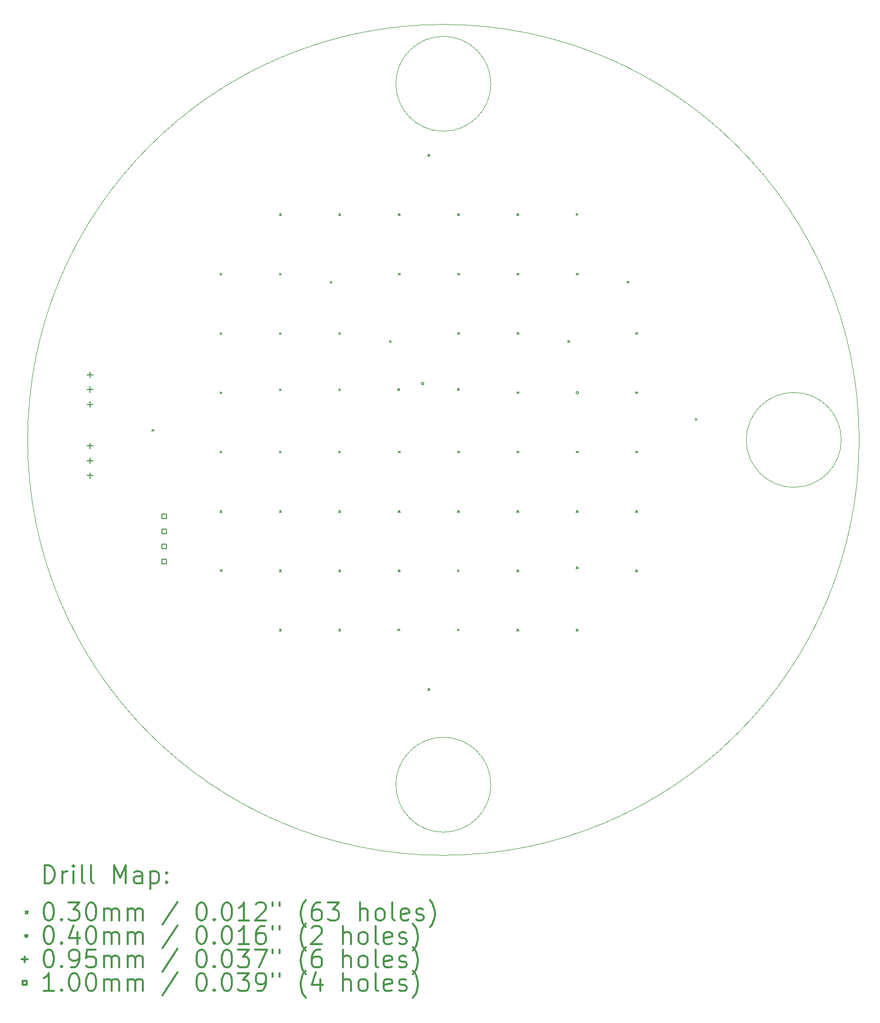
<source format=gbr>
%FSLAX45Y45*%
G04 Gerber Fmt 4.5, Leading zero omitted, Abs format (unit mm)*
G04 Created by KiCad (PCBNEW 5.1.5+dfsg1-2build2) date 2021-10-24 20:04:06*
%MOMM*%
%LPD*%
G04 APERTURE LIST*
%TA.AperFunction,Profile*%
%ADD10C,0.050000*%
%TD*%
%ADD11C,0.200000*%
%ADD12C,0.300000*%
G04 APERTURE END LIST*
D10*
X15800000Y-9000000D02*
G75*
G03X15800000Y-9000000I-800000J0D01*
G01*
X21700000Y-15000000D02*
G75*
G03X21700000Y-15000000I-800000J0D01*
G01*
X15800000Y-20810935D02*
G75*
G03X15800000Y-20810935I-800000J0D01*
G01*
X22000000Y-15000000D02*
G75*
G03X22000000Y-15000000I-7000000J0D01*
G01*
D11*
X10095000Y-14825000D02*
X10125000Y-14855000D01*
X10125000Y-14825000D02*
X10095000Y-14855000D01*
X11240000Y-12190000D02*
X11270000Y-12220000D01*
X11270000Y-12190000D02*
X11240000Y-12220000D01*
X11240000Y-13190000D02*
X11270000Y-13220000D01*
X11270000Y-13190000D02*
X11240000Y-13220000D01*
X11240000Y-14190000D02*
X11270000Y-14220000D01*
X11270000Y-14190000D02*
X11240000Y-14220000D01*
X11240000Y-15190000D02*
X11270000Y-15220000D01*
X11270000Y-15190000D02*
X11240000Y-15220000D01*
X11240000Y-16190000D02*
X11270000Y-16220000D01*
X11270000Y-16190000D02*
X11240000Y-16220000D01*
X11245000Y-17185000D02*
X11275000Y-17215000D01*
X11275000Y-17185000D02*
X11245000Y-17215000D01*
X12240000Y-11190000D02*
X12270000Y-11220000D01*
X12270000Y-11190000D02*
X12240000Y-11220000D01*
X12240000Y-12190000D02*
X12270000Y-12220000D01*
X12270000Y-12190000D02*
X12240000Y-12220000D01*
X12240000Y-13190000D02*
X12270000Y-13220000D01*
X12270000Y-13190000D02*
X12240000Y-13220000D01*
X12240000Y-14140000D02*
X12270000Y-14170000D01*
X12270000Y-14140000D02*
X12240000Y-14170000D01*
X12240000Y-15190000D02*
X12270000Y-15220000D01*
X12270000Y-15190000D02*
X12240000Y-15220000D01*
X12240000Y-16190000D02*
X12270000Y-16220000D01*
X12270000Y-16190000D02*
X12240000Y-16220000D01*
X12240000Y-17190000D02*
X12270000Y-17220000D01*
X12270000Y-17190000D02*
X12240000Y-17220000D01*
X12240000Y-18190000D02*
X12270000Y-18220000D01*
X12270000Y-18190000D02*
X12240000Y-18220000D01*
X13095000Y-12325000D02*
X13125000Y-12355000D01*
X13125000Y-12325000D02*
X13095000Y-12355000D01*
X13240000Y-11190000D02*
X13270000Y-11220000D01*
X13270000Y-11190000D02*
X13240000Y-11220000D01*
X13240000Y-13190000D02*
X13270000Y-13220000D01*
X13270000Y-13190000D02*
X13240000Y-13220000D01*
X13240000Y-14140000D02*
X13270000Y-14170000D01*
X13270000Y-14140000D02*
X13240000Y-14170000D01*
X13240000Y-15190000D02*
X13270000Y-15220000D01*
X13270000Y-15190000D02*
X13240000Y-15220000D01*
X13240000Y-16190000D02*
X13270000Y-16220000D01*
X13270000Y-16190000D02*
X13240000Y-16220000D01*
X13240000Y-17190000D02*
X13270000Y-17220000D01*
X13270000Y-17190000D02*
X13240000Y-17220000D01*
X13240000Y-18190000D02*
X13270000Y-18220000D01*
X13270000Y-18190000D02*
X13240000Y-18220000D01*
X14095000Y-13325000D02*
X14125000Y-13355000D01*
X14125000Y-13325000D02*
X14095000Y-13355000D01*
X14235000Y-14135000D02*
X14265000Y-14165000D01*
X14265000Y-14135000D02*
X14235000Y-14165000D01*
X14235000Y-18185000D02*
X14265000Y-18215000D01*
X14265000Y-18185000D02*
X14235000Y-18215000D01*
X14240000Y-11190000D02*
X14270000Y-11220000D01*
X14270000Y-11190000D02*
X14240000Y-11220000D01*
X14240000Y-12190000D02*
X14270000Y-12220000D01*
X14270000Y-12190000D02*
X14240000Y-12220000D01*
X14240000Y-15190000D02*
X14270000Y-15220000D01*
X14270000Y-15190000D02*
X14240000Y-15220000D01*
X14240000Y-16190000D02*
X14270000Y-16220000D01*
X14270000Y-16190000D02*
X14240000Y-16220000D01*
X14240000Y-17190000D02*
X14270000Y-17220000D01*
X14270000Y-17190000D02*
X14240000Y-17220000D01*
X14740000Y-10190000D02*
X14770000Y-10220000D01*
X14770000Y-10190000D02*
X14740000Y-10220000D01*
X14740000Y-19190000D02*
X14770000Y-19220000D01*
X14770000Y-19190000D02*
X14740000Y-19220000D01*
X15235000Y-14135000D02*
X15265000Y-14165000D01*
X15265000Y-14135000D02*
X15235000Y-14165000D01*
X15235000Y-17185000D02*
X15265000Y-17215000D01*
X15265000Y-17185000D02*
X15235000Y-17215000D01*
X15235000Y-18185000D02*
X15265000Y-18215000D01*
X15265000Y-18185000D02*
X15235000Y-18215000D01*
X15240000Y-11190000D02*
X15270000Y-11220000D01*
X15270000Y-11190000D02*
X15240000Y-11220000D01*
X15240000Y-12190000D02*
X15270000Y-12220000D01*
X15270000Y-12190000D02*
X15240000Y-12220000D01*
X15240000Y-13190000D02*
X15270000Y-13220000D01*
X15270000Y-13190000D02*
X15240000Y-13220000D01*
X15240000Y-15190000D02*
X15270000Y-15220000D01*
X15270000Y-15190000D02*
X15240000Y-15220000D01*
X15240000Y-16190000D02*
X15270000Y-16220000D01*
X15270000Y-16190000D02*
X15240000Y-16220000D01*
X16240000Y-11190000D02*
X16270000Y-11220000D01*
X16270000Y-11190000D02*
X16240000Y-11220000D01*
X16240000Y-12190000D02*
X16270000Y-12220000D01*
X16270000Y-12190000D02*
X16240000Y-12220000D01*
X16240000Y-13190000D02*
X16270000Y-13220000D01*
X16270000Y-13190000D02*
X16240000Y-13220000D01*
X16240000Y-14190000D02*
X16270000Y-14220000D01*
X16270000Y-14190000D02*
X16240000Y-14220000D01*
X16240000Y-15190000D02*
X16270000Y-15220000D01*
X16270000Y-15190000D02*
X16240000Y-15220000D01*
X16240000Y-16190000D02*
X16270000Y-16220000D01*
X16270000Y-16190000D02*
X16240000Y-16220000D01*
X16240000Y-17190000D02*
X16270000Y-17220000D01*
X16270000Y-17190000D02*
X16240000Y-17220000D01*
X16240000Y-18190000D02*
X16270000Y-18220000D01*
X16270000Y-18190000D02*
X16240000Y-18220000D01*
X17095000Y-13325000D02*
X17125000Y-13355000D01*
X17125000Y-13325000D02*
X17095000Y-13355000D01*
X17235000Y-11185000D02*
X17265000Y-11215000D01*
X17265000Y-11185000D02*
X17235000Y-11215000D01*
X17240000Y-12190000D02*
X17270000Y-12220000D01*
X17270000Y-12190000D02*
X17240000Y-12220000D01*
X17240000Y-15190000D02*
X17270000Y-15220000D01*
X17270000Y-15190000D02*
X17240000Y-15220000D01*
X17240000Y-16190000D02*
X17270000Y-16220000D01*
X17270000Y-16190000D02*
X17240000Y-16220000D01*
X17240000Y-17140000D02*
X17270000Y-17170000D01*
X17270000Y-17140000D02*
X17240000Y-17170000D01*
X17240000Y-18190000D02*
X17270000Y-18220000D01*
X17270000Y-18190000D02*
X17240000Y-18220000D01*
X18095000Y-12325000D02*
X18125000Y-12355000D01*
X18125000Y-12325000D02*
X18095000Y-12355000D01*
X18240000Y-13190000D02*
X18270000Y-13220000D01*
X18270000Y-13190000D02*
X18240000Y-13220000D01*
X18240000Y-14190000D02*
X18270000Y-14220000D01*
X18270000Y-14190000D02*
X18240000Y-14220000D01*
X18240000Y-15190000D02*
X18270000Y-15220000D01*
X18270000Y-15190000D02*
X18240000Y-15220000D01*
X18240000Y-16190000D02*
X18270000Y-16220000D01*
X18270000Y-16190000D02*
X18240000Y-16220000D01*
X18240000Y-17190000D02*
X18270000Y-17220000D01*
X18270000Y-17190000D02*
X18240000Y-17220000D01*
X19240000Y-14640000D02*
X19270000Y-14670000D01*
X19270000Y-14640000D02*
X19240000Y-14670000D01*
X14670000Y-14050000D02*
G75*
G03X14670000Y-14050000I-20000J0D01*
G01*
X17275000Y-14205000D02*
G75*
G03X17275000Y-14205000I-20000J0D01*
G01*
X9050000Y-15052500D02*
X9050000Y-15147500D01*
X9002500Y-15100000D02*
X9097500Y-15100000D01*
X9050000Y-15302500D02*
X9050000Y-15397500D01*
X9002500Y-15350000D02*
X9097500Y-15350000D01*
X9050000Y-15552500D02*
X9050000Y-15647500D01*
X9002500Y-15600000D02*
X9097500Y-15600000D01*
X9050000Y-13852500D02*
X9050000Y-13947500D01*
X9002500Y-13900000D02*
X9097500Y-13900000D01*
X9050000Y-14102500D02*
X9050000Y-14197500D01*
X9002500Y-14150000D02*
X9097500Y-14150000D01*
X9050000Y-14352500D02*
X9050000Y-14447500D01*
X9002500Y-14400000D02*
X9097500Y-14400000D01*
X10335356Y-16323356D02*
X10335356Y-16252644D01*
X10264644Y-16252644D01*
X10264644Y-16323356D01*
X10335356Y-16323356D01*
X10335356Y-16577356D02*
X10335356Y-16506644D01*
X10264644Y-16506644D01*
X10264644Y-16577356D01*
X10335356Y-16577356D01*
X10335356Y-16831356D02*
X10335356Y-16760644D01*
X10264644Y-16760644D01*
X10264644Y-16831356D01*
X10335356Y-16831356D01*
X10335356Y-17085356D02*
X10335356Y-17014644D01*
X10264644Y-17014644D01*
X10264644Y-17085356D01*
X10335356Y-17085356D01*
D12*
X8283928Y-22468214D02*
X8283928Y-22168214D01*
X8355357Y-22168214D01*
X8398214Y-22182500D01*
X8426786Y-22211072D01*
X8441071Y-22239643D01*
X8455357Y-22296786D01*
X8455357Y-22339643D01*
X8441071Y-22396786D01*
X8426786Y-22425357D01*
X8398214Y-22453929D01*
X8355357Y-22468214D01*
X8283928Y-22468214D01*
X8583928Y-22468214D02*
X8583928Y-22268214D01*
X8583928Y-22325357D02*
X8598214Y-22296786D01*
X8612500Y-22282500D01*
X8641071Y-22268214D01*
X8669643Y-22268214D01*
X8769643Y-22468214D02*
X8769643Y-22268214D01*
X8769643Y-22168214D02*
X8755357Y-22182500D01*
X8769643Y-22196786D01*
X8783928Y-22182500D01*
X8769643Y-22168214D01*
X8769643Y-22196786D01*
X8955357Y-22468214D02*
X8926786Y-22453929D01*
X8912500Y-22425357D01*
X8912500Y-22168214D01*
X9112500Y-22468214D02*
X9083928Y-22453929D01*
X9069643Y-22425357D01*
X9069643Y-22168214D01*
X9455357Y-22468214D02*
X9455357Y-22168214D01*
X9555357Y-22382500D01*
X9655357Y-22168214D01*
X9655357Y-22468214D01*
X9926786Y-22468214D02*
X9926786Y-22311072D01*
X9912500Y-22282500D01*
X9883928Y-22268214D01*
X9826786Y-22268214D01*
X9798214Y-22282500D01*
X9926786Y-22453929D02*
X9898214Y-22468214D01*
X9826786Y-22468214D01*
X9798214Y-22453929D01*
X9783928Y-22425357D01*
X9783928Y-22396786D01*
X9798214Y-22368214D01*
X9826786Y-22353929D01*
X9898214Y-22353929D01*
X9926786Y-22339643D01*
X10069643Y-22268214D02*
X10069643Y-22568214D01*
X10069643Y-22282500D02*
X10098214Y-22268214D01*
X10155357Y-22268214D01*
X10183928Y-22282500D01*
X10198214Y-22296786D01*
X10212500Y-22325357D01*
X10212500Y-22411071D01*
X10198214Y-22439643D01*
X10183928Y-22453929D01*
X10155357Y-22468214D01*
X10098214Y-22468214D01*
X10069643Y-22453929D01*
X10341071Y-22439643D02*
X10355357Y-22453929D01*
X10341071Y-22468214D01*
X10326786Y-22453929D01*
X10341071Y-22439643D01*
X10341071Y-22468214D01*
X10341071Y-22282500D02*
X10355357Y-22296786D01*
X10341071Y-22311072D01*
X10326786Y-22296786D01*
X10341071Y-22282500D01*
X10341071Y-22311072D01*
X7967500Y-22947500D02*
X7997500Y-22977500D01*
X7997500Y-22947500D02*
X7967500Y-22977500D01*
X8341071Y-22798214D02*
X8369643Y-22798214D01*
X8398214Y-22812500D01*
X8412500Y-22826786D01*
X8426786Y-22855357D01*
X8441071Y-22912500D01*
X8441071Y-22983929D01*
X8426786Y-23041071D01*
X8412500Y-23069643D01*
X8398214Y-23083929D01*
X8369643Y-23098214D01*
X8341071Y-23098214D01*
X8312500Y-23083929D01*
X8298214Y-23069643D01*
X8283928Y-23041071D01*
X8269643Y-22983929D01*
X8269643Y-22912500D01*
X8283928Y-22855357D01*
X8298214Y-22826786D01*
X8312500Y-22812500D01*
X8341071Y-22798214D01*
X8569643Y-23069643D02*
X8583928Y-23083929D01*
X8569643Y-23098214D01*
X8555357Y-23083929D01*
X8569643Y-23069643D01*
X8569643Y-23098214D01*
X8683928Y-22798214D02*
X8869643Y-22798214D01*
X8769643Y-22912500D01*
X8812500Y-22912500D01*
X8841071Y-22926786D01*
X8855357Y-22941071D01*
X8869643Y-22969643D01*
X8869643Y-23041071D01*
X8855357Y-23069643D01*
X8841071Y-23083929D01*
X8812500Y-23098214D01*
X8726786Y-23098214D01*
X8698214Y-23083929D01*
X8683928Y-23069643D01*
X9055357Y-22798214D02*
X9083928Y-22798214D01*
X9112500Y-22812500D01*
X9126786Y-22826786D01*
X9141071Y-22855357D01*
X9155357Y-22912500D01*
X9155357Y-22983929D01*
X9141071Y-23041071D01*
X9126786Y-23069643D01*
X9112500Y-23083929D01*
X9083928Y-23098214D01*
X9055357Y-23098214D01*
X9026786Y-23083929D01*
X9012500Y-23069643D01*
X8998214Y-23041071D01*
X8983928Y-22983929D01*
X8983928Y-22912500D01*
X8998214Y-22855357D01*
X9012500Y-22826786D01*
X9026786Y-22812500D01*
X9055357Y-22798214D01*
X9283928Y-23098214D02*
X9283928Y-22898214D01*
X9283928Y-22926786D02*
X9298214Y-22912500D01*
X9326786Y-22898214D01*
X9369643Y-22898214D01*
X9398214Y-22912500D01*
X9412500Y-22941071D01*
X9412500Y-23098214D01*
X9412500Y-22941071D02*
X9426786Y-22912500D01*
X9455357Y-22898214D01*
X9498214Y-22898214D01*
X9526786Y-22912500D01*
X9541071Y-22941071D01*
X9541071Y-23098214D01*
X9683928Y-23098214D02*
X9683928Y-22898214D01*
X9683928Y-22926786D02*
X9698214Y-22912500D01*
X9726786Y-22898214D01*
X9769643Y-22898214D01*
X9798214Y-22912500D01*
X9812500Y-22941071D01*
X9812500Y-23098214D01*
X9812500Y-22941071D02*
X9826786Y-22912500D01*
X9855357Y-22898214D01*
X9898214Y-22898214D01*
X9926786Y-22912500D01*
X9941071Y-22941071D01*
X9941071Y-23098214D01*
X10526786Y-22783929D02*
X10269643Y-23169643D01*
X10912500Y-22798214D02*
X10941071Y-22798214D01*
X10969643Y-22812500D01*
X10983928Y-22826786D01*
X10998214Y-22855357D01*
X11012500Y-22912500D01*
X11012500Y-22983929D01*
X10998214Y-23041071D01*
X10983928Y-23069643D01*
X10969643Y-23083929D01*
X10941071Y-23098214D01*
X10912500Y-23098214D01*
X10883928Y-23083929D01*
X10869643Y-23069643D01*
X10855357Y-23041071D01*
X10841071Y-22983929D01*
X10841071Y-22912500D01*
X10855357Y-22855357D01*
X10869643Y-22826786D01*
X10883928Y-22812500D01*
X10912500Y-22798214D01*
X11141071Y-23069643D02*
X11155357Y-23083929D01*
X11141071Y-23098214D01*
X11126786Y-23083929D01*
X11141071Y-23069643D01*
X11141071Y-23098214D01*
X11341071Y-22798214D02*
X11369643Y-22798214D01*
X11398214Y-22812500D01*
X11412500Y-22826786D01*
X11426786Y-22855357D01*
X11441071Y-22912500D01*
X11441071Y-22983929D01*
X11426786Y-23041071D01*
X11412500Y-23069643D01*
X11398214Y-23083929D01*
X11369643Y-23098214D01*
X11341071Y-23098214D01*
X11312500Y-23083929D01*
X11298214Y-23069643D01*
X11283928Y-23041071D01*
X11269643Y-22983929D01*
X11269643Y-22912500D01*
X11283928Y-22855357D01*
X11298214Y-22826786D01*
X11312500Y-22812500D01*
X11341071Y-22798214D01*
X11726786Y-23098214D02*
X11555357Y-23098214D01*
X11641071Y-23098214D02*
X11641071Y-22798214D01*
X11612500Y-22841071D01*
X11583928Y-22869643D01*
X11555357Y-22883929D01*
X11841071Y-22826786D02*
X11855357Y-22812500D01*
X11883928Y-22798214D01*
X11955357Y-22798214D01*
X11983928Y-22812500D01*
X11998214Y-22826786D01*
X12012500Y-22855357D01*
X12012500Y-22883929D01*
X11998214Y-22926786D01*
X11826786Y-23098214D01*
X12012500Y-23098214D01*
X12126786Y-22798214D02*
X12126786Y-22855357D01*
X12241071Y-22798214D02*
X12241071Y-22855357D01*
X12683928Y-23212500D02*
X12669643Y-23198214D01*
X12641071Y-23155357D01*
X12626786Y-23126786D01*
X12612500Y-23083929D01*
X12598214Y-23012500D01*
X12598214Y-22955357D01*
X12612500Y-22883929D01*
X12626786Y-22841071D01*
X12641071Y-22812500D01*
X12669643Y-22769643D01*
X12683928Y-22755357D01*
X12926786Y-22798214D02*
X12869643Y-22798214D01*
X12841071Y-22812500D01*
X12826786Y-22826786D01*
X12798214Y-22869643D01*
X12783928Y-22926786D01*
X12783928Y-23041071D01*
X12798214Y-23069643D01*
X12812500Y-23083929D01*
X12841071Y-23098214D01*
X12898214Y-23098214D01*
X12926786Y-23083929D01*
X12941071Y-23069643D01*
X12955357Y-23041071D01*
X12955357Y-22969643D01*
X12941071Y-22941071D01*
X12926786Y-22926786D01*
X12898214Y-22912500D01*
X12841071Y-22912500D01*
X12812500Y-22926786D01*
X12798214Y-22941071D01*
X12783928Y-22969643D01*
X13055357Y-22798214D02*
X13241071Y-22798214D01*
X13141071Y-22912500D01*
X13183928Y-22912500D01*
X13212500Y-22926786D01*
X13226786Y-22941071D01*
X13241071Y-22969643D01*
X13241071Y-23041071D01*
X13226786Y-23069643D01*
X13212500Y-23083929D01*
X13183928Y-23098214D01*
X13098214Y-23098214D01*
X13069643Y-23083929D01*
X13055357Y-23069643D01*
X13598214Y-23098214D02*
X13598214Y-22798214D01*
X13726786Y-23098214D02*
X13726786Y-22941071D01*
X13712500Y-22912500D01*
X13683928Y-22898214D01*
X13641071Y-22898214D01*
X13612500Y-22912500D01*
X13598214Y-22926786D01*
X13912500Y-23098214D02*
X13883928Y-23083929D01*
X13869643Y-23069643D01*
X13855357Y-23041071D01*
X13855357Y-22955357D01*
X13869643Y-22926786D01*
X13883928Y-22912500D01*
X13912500Y-22898214D01*
X13955357Y-22898214D01*
X13983928Y-22912500D01*
X13998214Y-22926786D01*
X14012500Y-22955357D01*
X14012500Y-23041071D01*
X13998214Y-23069643D01*
X13983928Y-23083929D01*
X13955357Y-23098214D01*
X13912500Y-23098214D01*
X14183928Y-23098214D02*
X14155357Y-23083929D01*
X14141071Y-23055357D01*
X14141071Y-22798214D01*
X14412500Y-23083929D02*
X14383928Y-23098214D01*
X14326786Y-23098214D01*
X14298214Y-23083929D01*
X14283928Y-23055357D01*
X14283928Y-22941071D01*
X14298214Y-22912500D01*
X14326786Y-22898214D01*
X14383928Y-22898214D01*
X14412500Y-22912500D01*
X14426786Y-22941071D01*
X14426786Y-22969643D01*
X14283928Y-22998214D01*
X14541071Y-23083929D02*
X14569643Y-23098214D01*
X14626786Y-23098214D01*
X14655357Y-23083929D01*
X14669643Y-23055357D01*
X14669643Y-23041071D01*
X14655357Y-23012500D01*
X14626786Y-22998214D01*
X14583928Y-22998214D01*
X14555357Y-22983929D01*
X14541071Y-22955357D01*
X14541071Y-22941071D01*
X14555357Y-22912500D01*
X14583928Y-22898214D01*
X14626786Y-22898214D01*
X14655357Y-22912500D01*
X14769643Y-23212500D02*
X14783928Y-23198214D01*
X14812500Y-23155357D01*
X14826786Y-23126786D01*
X14841071Y-23083929D01*
X14855357Y-23012500D01*
X14855357Y-22955357D01*
X14841071Y-22883929D01*
X14826786Y-22841071D01*
X14812500Y-22812500D01*
X14783928Y-22769643D01*
X14769643Y-22755357D01*
X7997500Y-23358500D02*
G75*
G03X7997500Y-23358500I-20000J0D01*
G01*
X8341071Y-23194214D02*
X8369643Y-23194214D01*
X8398214Y-23208500D01*
X8412500Y-23222786D01*
X8426786Y-23251357D01*
X8441071Y-23308500D01*
X8441071Y-23379929D01*
X8426786Y-23437071D01*
X8412500Y-23465643D01*
X8398214Y-23479929D01*
X8369643Y-23494214D01*
X8341071Y-23494214D01*
X8312500Y-23479929D01*
X8298214Y-23465643D01*
X8283928Y-23437071D01*
X8269643Y-23379929D01*
X8269643Y-23308500D01*
X8283928Y-23251357D01*
X8298214Y-23222786D01*
X8312500Y-23208500D01*
X8341071Y-23194214D01*
X8569643Y-23465643D02*
X8583928Y-23479929D01*
X8569643Y-23494214D01*
X8555357Y-23479929D01*
X8569643Y-23465643D01*
X8569643Y-23494214D01*
X8841071Y-23294214D02*
X8841071Y-23494214D01*
X8769643Y-23179929D02*
X8698214Y-23394214D01*
X8883928Y-23394214D01*
X9055357Y-23194214D02*
X9083928Y-23194214D01*
X9112500Y-23208500D01*
X9126786Y-23222786D01*
X9141071Y-23251357D01*
X9155357Y-23308500D01*
X9155357Y-23379929D01*
X9141071Y-23437071D01*
X9126786Y-23465643D01*
X9112500Y-23479929D01*
X9083928Y-23494214D01*
X9055357Y-23494214D01*
X9026786Y-23479929D01*
X9012500Y-23465643D01*
X8998214Y-23437071D01*
X8983928Y-23379929D01*
X8983928Y-23308500D01*
X8998214Y-23251357D01*
X9012500Y-23222786D01*
X9026786Y-23208500D01*
X9055357Y-23194214D01*
X9283928Y-23494214D02*
X9283928Y-23294214D01*
X9283928Y-23322786D02*
X9298214Y-23308500D01*
X9326786Y-23294214D01*
X9369643Y-23294214D01*
X9398214Y-23308500D01*
X9412500Y-23337071D01*
X9412500Y-23494214D01*
X9412500Y-23337071D02*
X9426786Y-23308500D01*
X9455357Y-23294214D01*
X9498214Y-23294214D01*
X9526786Y-23308500D01*
X9541071Y-23337071D01*
X9541071Y-23494214D01*
X9683928Y-23494214D02*
X9683928Y-23294214D01*
X9683928Y-23322786D02*
X9698214Y-23308500D01*
X9726786Y-23294214D01*
X9769643Y-23294214D01*
X9798214Y-23308500D01*
X9812500Y-23337071D01*
X9812500Y-23494214D01*
X9812500Y-23337071D02*
X9826786Y-23308500D01*
X9855357Y-23294214D01*
X9898214Y-23294214D01*
X9926786Y-23308500D01*
X9941071Y-23337071D01*
X9941071Y-23494214D01*
X10526786Y-23179929D02*
X10269643Y-23565643D01*
X10912500Y-23194214D02*
X10941071Y-23194214D01*
X10969643Y-23208500D01*
X10983928Y-23222786D01*
X10998214Y-23251357D01*
X11012500Y-23308500D01*
X11012500Y-23379929D01*
X10998214Y-23437071D01*
X10983928Y-23465643D01*
X10969643Y-23479929D01*
X10941071Y-23494214D01*
X10912500Y-23494214D01*
X10883928Y-23479929D01*
X10869643Y-23465643D01*
X10855357Y-23437071D01*
X10841071Y-23379929D01*
X10841071Y-23308500D01*
X10855357Y-23251357D01*
X10869643Y-23222786D01*
X10883928Y-23208500D01*
X10912500Y-23194214D01*
X11141071Y-23465643D02*
X11155357Y-23479929D01*
X11141071Y-23494214D01*
X11126786Y-23479929D01*
X11141071Y-23465643D01*
X11141071Y-23494214D01*
X11341071Y-23194214D02*
X11369643Y-23194214D01*
X11398214Y-23208500D01*
X11412500Y-23222786D01*
X11426786Y-23251357D01*
X11441071Y-23308500D01*
X11441071Y-23379929D01*
X11426786Y-23437071D01*
X11412500Y-23465643D01*
X11398214Y-23479929D01*
X11369643Y-23494214D01*
X11341071Y-23494214D01*
X11312500Y-23479929D01*
X11298214Y-23465643D01*
X11283928Y-23437071D01*
X11269643Y-23379929D01*
X11269643Y-23308500D01*
X11283928Y-23251357D01*
X11298214Y-23222786D01*
X11312500Y-23208500D01*
X11341071Y-23194214D01*
X11726786Y-23494214D02*
X11555357Y-23494214D01*
X11641071Y-23494214D02*
X11641071Y-23194214D01*
X11612500Y-23237071D01*
X11583928Y-23265643D01*
X11555357Y-23279929D01*
X11983928Y-23194214D02*
X11926786Y-23194214D01*
X11898214Y-23208500D01*
X11883928Y-23222786D01*
X11855357Y-23265643D01*
X11841071Y-23322786D01*
X11841071Y-23437071D01*
X11855357Y-23465643D01*
X11869643Y-23479929D01*
X11898214Y-23494214D01*
X11955357Y-23494214D01*
X11983928Y-23479929D01*
X11998214Y-23465643D01*
X12012500Y-23437071D01*
X12012500Y-23365643D01*
X11998214Y-23337071D01*
X11983928Y-23322786D01*
X11955357Y-23308500D01*
X11898214Y-23308500D01*
X11869643Y-23322786D01*
X11855357Y-23337071D01*
X11841071Y-23365643D01*
X12126786Y-23194214D02*
X12126786Y-23251357D01*
X12241071Y-23194214D02*
X12241071Y-23251357D01*
X12683928Y-23608500D02*
X12669643Y-23594214D01*
X12641071Y-23551357D01*
X12626786Y-23522786D01*
X12612500Y-23479929D01*
X12598214Y-23408500D01*
X12598214Y-23351357D01*
X12612500Y-23279929D01*
X12626786Y-23237071D01*
X12641071Y-23208500D01*
X12669643Y-23165643D01*
X12683928Y-23151357D01*
X12783928Y-23222786D02*
X12798214Y-23208500D01*
X12826786Y-23194214D01*
X12898214Y-23194214D01*
X12926786Y-23208500D01*
X12941071Y-23222786D01*
X12955357Y-23251357D01*
X12955357Y-23279929D01*
X12941071Y-23322786D01*
X12769643Y-23494214D01*
X12955357Y-23494214D01*
X13312500Y-23494214D02*
X13312500Y-23194214D01*
X13441071Y-23494214D02*
X13441071Y-23337071D01*
X13426786Y-23308500D01*
X13398214Y-23294214D01*
X13355357Y-23294214D01*
X13326786Y-23308500D01*
X13312500Y-23322786D01*
X13626786Y-23494214D02*
X13598214Y-23479929D01*
X13583928Y-23465643D01*
X13569643Y-23437071D01*
X13569643Y-23351357D01*
X13583928Y-23322786D01*
X13598214Y-23308500D01*
X13626786Y-23294214D01*
X13669643Y-23294214D01*
X13698214Y-23308500D01*
X13712500Y-23322786D01*
X13726786Y-23351357D01*
X13726786Y-23437071D01*
X13712500Y-23465643D01*
X13698214Y-23479929D01*
X13669643Y-23494214D01*
X13626786Y-23494214D01*
X13898214Y-23494214D02*
X13869643Y-23479929D01*
X13855357Y-23451357D01*
X13855357Y-23194214D01*
X14126786Y-23479929D02*
X14098214Y-23494214D01*
X14041071Y-23494214D01*
X14012500Y-23479929D01*
X13998214Y-23451357D01*
X13998214Y-23337071D01*
X14012500Y-23308500D01*
X14041071Y-23294214D01*
X14098214Y-23294214D01*
X14126786Y-23308500D01*
X14141071Y-23337071D01*
X14141071Y-23365643D01*
X13998214Y-23394214D01*
X14255357Y-23479929D02*
X14283928Y-23494214D01*
X14341071Y-23494214D01*
X14369643Y-23479929D01*
X14383928Y-23451357D01*
X14383928Y-23437071D01*
X14369643Y-23408500D01*
X14341071Y-23394214D01*
X14298214Y-23394214D01*
X14269643Y-23379929D01*
X14255357Y-23351357D01*
X14255357Y-23337071D01*
X14269643Y-23308500D01*
X14298214Y-23294214D01*
X14341071Y-23294214D01*
X14369643Y-23308500D01*
X14483928Y-23608500D02*
X14498214Y-23594214D01*
X14526786Y-23551357D01*
X14541071Y-23522786D01*
X14555357Y-23479929D01*
X14569643Y-23408500D01*
X14569643Y-23351357D01*
X14555357Y-23279929D01*
X14541071Y-23237071D01*
X14526786Y-23208500D01*
X14498214Y-23165643D01*
X14483928Y-23151357D01*
X7950000Y-23707000D02*
X7950000Y-23802000D01*
X7902500Y-23754500D02*
X7997500Y-23754500D01*
X8341071Y-23590214D02*
X8369643Y-23590214D01*
X8398214Y-23604500D01*
X8412500Y-23618786D01*
X8426786Y-23647357D01*
X8441071Y-23704500D01*
X8441071Y-23775929D01*
X8426786Y-23833071D01*
X8412500Y-23861643D01*
X8398214Y-23875929D01*
X8369643Y-23890214D01*
X8341071Y-23890214D01*
X8312500Y-23875929D01*
X8298214Y-23861643D01*
X8283928Y-23833071D01*
X8269643Y-23775929D01*
X8269643Y-23704500D01*
X8283928Y-23647357D01*
X8298214Y-23618786D01*
X8312500Y-23604500D01*
X8341071Y-23590214D01*
X8569643Y-23861643D02*
X8583928Y-23875929D01*
X8569643Y-23890214D01*
X8555357Y-23875929D01*
X8569643Y-23861643D01*
X8569643Y-23890214D01*
X8726786Y-23890214D02*
X8783928Y-23890214D01*
X8812500Y-23875929D01*
X8826786Y-23861643D01*
X8855357Y-23818786D01*
X8869643Y-23761643D01*
X8869643Y-23647357D01*
X8855357Y-23618786D01*
X8841071Y-23604500D01*
X8812500Y-23590214D01*
X8755357Y-23590214D01*
X8726786Y-23604500D01*
X8712500Y-23618786D01*
X8698214Y-23647357D01*
X8698214Y-23718786D01*
X8712500Y-23747357D01*
X8726786Y-23761643D01*
X8755357Y-23775929D01*
X8812500Y-23775929D01*
X8841071Y-23761643D01*
X8855357Y-23747357D01*
X8869643Y-23718786D01*
X9141071Y-23590214D02*
X8998214Y-23590214D01*
X8983928Y-23733071D01*
X8998214Y-23718786D01*
X9026786Y-23704500D01*
X9098214Y-23704500D01*
X9126786Y-23718786D01*
X9141071Y-23733071D01*
X9155357Y-23761643D01*
X9155357Y-23833071D01*
X9141071Y-23861643D01*
X9126786Y-23875929D01*
X9098214Y-23890214D01*
X9026786Y-23890214D01*
X8998214Y-23875929D01*
X8983928Y-23861643D01*
X9283928Y-23890214D02*
X9283928Y-23690214D01*
X9283928Y-23718786D02*
X9298214Y-23704500D01*
X9326786Y-23690214D01*
X9369643Y-23690214D01*
X9398214Y-23704500D01*
X9412500Y-23733071D01*
X9412500Y-23890214D01*
X9412500Y-23733071D02*
X9426786Y-23704500D01*
X9455357Y-23690214D01*
X9498214Y-23690214D01*
X9526786Y-23704500D01*
X9541071Y-23733071D01*
X9541071Y-23890214D01*
X9683928Y-23890214D02*
X9683928Y-23690214D01*
X9683928Y-23718786D02*
X9698214Y-23704500D01*
X9726786Y-23690214D01*
X9769643Y-23690214D01*
X9798214Y-23704500D01*
X9812500Y-23733071D01*
X9812500Y-23890214D01*
X9812500Y-23733071D02*
X9826786Y-23704500D01*
X9855357Y-23690214D01*
X9898214Y-23690214D01*
X9926786Y-23704500D01*
X9941071Y-23733071D01*
X9941071Y-23890214D01*
X10526786Y-23575929D02*
X10269643Y-23961643D01*
X10912500Y-23590214D02*
X10941071Y-23590214D01*
X10969643Y-23604500D01*
X10983928Y-23618786D01*
X10998214Y-23647357D01*
X11012500Y-23704500D01*
X11012500Y-23775929D01*
X10998214Y-23833071D01*
X10983928Y-23861643D01*
X10969643Y-23875929D01*
X10941071Y-23890214D01*
X10912500Y-23890214D01*
X10883928Y-23875929D01*
X10869643Y-23861643D01*
X10855357Y-23833071D01*
X10841071Y-23775929D01*
X10841071Y-23704500D01*
X10855357Y-23647357D01*
X10869643Y-23618786D01*
X10883928Y-23604500D01*
X10912500Y-23590214D01*
X11141071Y-23861643D02*
X11155357Y-23875929D01*
X11141071Y-23890214D01*
X11126786Y-23875929D01*
X11141071Y-23861643D01*
X11141071Y-23890214D01*
X11341071Y-23590214D02*
X11369643Y-23590214D01*
X11398214Y-23604500D01*
X11412500Y-23618786D01*
X11426786Y-23647357D01*
X11441071Y-23704500D01*
X11441071Y-23775929D01*
X11426786Y-23833071D01*
X11412500Y-23861643D01*
X11398214Y-23875929D01*
X11369643Y-23890214D01*
X11341071Y-23890214D01*
X11312500Y-23875929D01*
X11298214Y-23861643D01*
X11283928Y-23833071D01*
X11269643Y-23775929D01*
X11269643Y-23704500D01*
X11283928Y-23647357D01*
X11298214Y-23618786D01*
X11312500Y-23604500D01*
X11341071Y-23590214D01*
X11541071Y-23590214D02*
X11726786Y-23590214D01*
X11626786Y-23704500D01*
X11669643Y-23704500D01*
X11698214Y-23718786D01*
X11712500Y-23733071D01*
X11726786Y-23761643D01*
X11726786Y-23833071D01*
X11712500Y-23861643D01*
X11698214Y-23875929D01*
X11669643Y-23890214D01*
X11583928Y-23890214D01*
X11555357Y-23875929D01*
X11541071Y-23861643D01*
X11826786Y-23590214D02*
X12026786Y-23590214D01*
X11898214Y-23890214D01*
X12126786Y-23590214D02*
X12126786Y-23647357D01*
X12241071Y-23590214D02*
X12241071Y-23647357D01*
X12683928Y-24004500D02*
X12669643Y-23990214D01*
X12641071Y-23947357D01*
X12626786Y-23918786D01*
X12612500Y-23875929D01*
X12598214Y-23804500D01*
X12598214Y-23747357D01*
X12612500Y-23675929D01*
X12626786Y-23633071D01*
X12641071Y-23604500D01*
X12669643Y-23561643D01*
X12683928Y-23547357D01*
X12926786Y-23590214D02*
X12869643Y-23590214D01*
X12841071Y-23604500D01*
X12826786Y-23618786D01*
X12798214Y-23661643D01*
X12783928Y-23718786D01*
X12783928Y-23833071D01*
X12798214Y-23861643D01*
X12812500Y-23875929D01*
X12841071Y-23890214D01*
X12898214Y-23890214D01*
X12926786Y-23875929D01*
X12941071Y-23861643D01*
X12955357Y-23833071D01*
X12955357Y-23761643D01*
X12941071Y-23733071D01*
X12926786Y-23718786D01*
X12898214Y-23704500D01*
X12841071Y-23704500D01*
X12812500Y-23718786D01*
X12798214Y-23733071D01*
X12783928Y-23761643D01*
X13312500Y-23890214D02*
X13312500Y-23590214D01*
X13441071Y-23890214D02*
X13441071Y-23733071D01*
X13426786Y-23704500D01*
X13398214Y-23690214D01*
X13355357Y-23690214D01*
X13326786Y-23704500D01*
X13312500Y-23718786D01*
X13626786Y-23890214D02*
X13598214Y-23875929D01*
X13583928Y-23861643D01*
X13569643Y-23833071D01*
X13569643Y-23747357D01*
X13583928Y-23718786D01*
X13598214Y-23704500D01*
X13626786Y-23690214D01*
X13669643Y-23690214D01*
X13698214Y-23704500D01*
X13712500Y-23718786D01*
X13726786Y-23747357D01*
X13726786Y-23833071D01*
X13712500Y-23861643D01*
X13698214Y-23875929D01*
X13669643Y-23890214D01*
X13626786Y-23890214D01*
X13898214Y-23890214D02*
X13869643Y-23875929D01*
X13855357Y-23847357D01*
X13855357Y-23590214D01*
X14126786Y-23875929D02*
X14098214Y-23890214D01*
X14041071Y-23890214D01*
X14012500Y-23875929D01*
X13998214Y-23847357D01*
X13998214Y-23733071D01*
X14012500Y-23704500D01*
X14041071Y-23690214D01*
X14098214Y-23690214D01*
X14126786Y-23704500D01*
X14141071Y-23733071D01*
X14141071Y-23761643D01*
X13998214Y-23790214D01*
X14255357Y-23875929D02*
X14283928Y-23890214D01*
X14341071Y-23890214D01*
X14369643Y-23875929D01*
X14383928Y-23847357D01*
X14383928Y-23833071D01*
X14369643Y-23804500D01*
X14341071Y-23790214D01*
X14298214Y-23790214D01*
X14269643Y-23775929D01*
X14255357Y-23747357D01*
X14255357Y-23733071D01*
X14269643Y-23704500D01*
X14298214Y-23690214D01*
X14341071Y-23690214D01*
X14369643Y-23704500D01*
X14483928Y-24004500D02*
X14498214Y-23990214D01*
X14526786Y-23947357D01*
X14541071Y-23918786D01*
X14555357Y-23875929D01*
X14569643Y-23804500D01*
X14569643Y-23747357D01*
X14555357Y-23675929D01*
X14541071Y-23633071D01*
X14526786Y-23604500D01*
X14498214Y-23561643D01*
X14483928Y-23547357D01*
X7982856Y-24185856D02*
X7982856Y-24115144D01*
X7912144Y-24115144D01*
X7912144Y-24185856D01*
X7982856Y-24185856D01*
X8441071Y-24286214D02*
X8269643Y-24286214D01*
X8355357Y-24286214D02*
X8355357Y-23986214D01*
X8326786Y-24029071D01*
X8298214Y-24057643D01*
X8269643Y-24071929D01*
X8569643Y-24257643D02*
X8583928Y-24271929D01*
X8569643Y-24286214D01*
X8555357Y-24271929D01*
X8569643Y-24257643D01*
X8569643Y-24286214D01*
X8769643Y-23986214D02*
X8798214Y-23986214D01*
X8826786Y-24000500D01*
X8841071Y-24014786D01*
X8855357Y-24043357D01*
X8869643Y-24100500D01*
X8869643Y-24171929D01*
X8855357Y-24229071D01*
X8841071Y-24257643D01*
X8826786Y-24271929D01*
X8798214Y-24286214D01*
X8769643Y-24286214D01*
X8741071Y-24271929D01*
X8726786Y-24257643D01*
X8712500Y-24229071D01*
X8698214Y-24171929D01*
X8698214Y-24100500D01*
X8712500Y-24043357D01*
X8726786Y-24014786D01*
X8741071Y-24000500D01*
X8769643Y-23986214D01*
X9055357Y-23986214D02*
X9083928Y-23986214D01*
X9112500Y-24000500D01*
X9126786Y-24014786D01*
X9141071Y-24043357D01*
X9155357Y-24100500D01*
X9155357Y-24171929D01*
X9141071Y-24229071D01*
X9126786Y-24257643D01*
X9112500Y-24271929D01*
X9083928Y-24286214D01*
X9055357Y-24286214D01*
X9026786Y-24271929D01*
X9012500Y-24257643D01*
X8998214Y-24229071D01*
X8983928Y-24171929D01*
X8983928Y-24100500D01*
X8998214Y-24043357D01*
X9012500Y-24014786D01*
X9026786Y-24000500D01*
X9055357Y-23986214D01*
X9283928Y-24286214D02*
X9283928Y-24086214D01*
X9283928Y-24114786D02*
X9298214Y-24100500D01*
X9326786Y-24086214D01*
X9369643Y-24086214D01*
X9398214Y-24100500D01*
X9412500Y-24129071D01*
X9412500Y-24286214D01*
X9412500Y-24129071D02*
X9426786Y-24100500D01*
X9455357Y-24086214D01*
X9498214Y-24086214D01*
X9526786Y-24100500D01*
X9541071Y-24129071D01*
X9541071Y-24286214D01*
X9683928Y-24286214D02*
X9683928Y-24086214D01*
X9683928Y-24114786D02*
X9698214Y-24100500D01*
X9726786Y-24086214D01*
X9769643Y-24086214D01*
X9798214Y-24100500D01*
X9812500Y-24129071D01*
X9812500Y-24286214D01*
X9812500Y-24129071D02*
X9826786Y-24100500D01*
X9855357Y-24086214D01*
X9898214Y-24086214D01*
X9926786Y-24100500D01*
X9941071Y-24129071D01*
X9941071Y-24286214D01*
X10526786Y-23971929D02*
X10269643Y-24357643D01*
X10912500Y-23986214D02*
X10941071Y-23986214D01*
X10969643Y-24000500D01*
X10983928Y-24014786D01*
X10998214Y-24043357D01*
X11012500Y-24100500D01*
X11012500Y-24171929D01*
X10998214Y-24229071D01*
X10983928Y-24257643D01*
X10969643Y-24271929D01*
X10941071Y-24286214D01*
X10912500Y-24286214D01*
X10883928Y-24271929D01*
X10869643Y-24257643D01*
X10855357Y-24229071D01*
X10841071Y-24171929D01*
X10841071Y-24100500D01*
X10855357Y-24043357D01*
X10869643Y-24014786D01*
X10883928Y-24000500D01*
X10912500Y-23986214D01*
X11141071Y-24257643D02*
X11155357Y-24271929D01*
X11141071Y-24286214D01*
X11126786Y-24271929D01*
X11141071Y-24257643D01*
X11141071Y-24286214D01*
X11341071Y-23986214D02*
X11369643Y-23986214D01*
X11398214Y-24000500D01*
X11412500Y-24014786D01*
X11426786Y-24043357D01*
X11441071Y-24100500D01*
X11441071Y-24171929D01*
X11426786Y-24229071D01*
X11412500Y-24257643D01*
X11398214Y-24271929D01*
X11369643Y-24286214D01*
X11341071Y-24286214D01*
X11312500Y-24271929D01*
X11298214Y-24257643D01*
X11283928Y-24229071D01*
X11269643Y-24171929D01*
X11269643Y-24100500D01*
X11283928Y-24043357D01*
X11298214Y-24014786D01*
X11312500Y-24000500D01*
X11341071Y-23986214D01*
X11541071Y-23986214D02*
X11726786Y-23986214D01*
X11626786Y-24100500D01*
X11669643Y-24100500D01*
X11698214Y-24114786D01*
X11712500Y-24129071D01*
X11726786Y-24157643D01*
X11726786Y-24229071D01*
X11712500Y-24257643D01*
X11698214Y-24271929D01*
X11669643Y-24286214D01*
X11583928Y-24286214D01*
X11555357Y-24271929D01*
X11541071Y-24257643D01*
X11869643Y-24286214D02*
X11926786Y-24286214D01*
X11955357Y-24271929D01*
X11969643Y-24257643D01*
X11998214Y-24214786D01*
X12012500Y-24157643D01*
X12012500Y-24043357D01*
X11998214Y-24014786D01*
X11983928Y-24000500D01*
X11955357Y-23986214D01*
X11898214Y-23986214D01*
X11869643Y-24000500D01*
X11855357Y-24014786D01*
X11841071Y-24043357D01*
X11841071Y-24114786D01*
X11855357Y-24143357D01*
X11869643Y-24157643D01*
X11898214Y-24171929D01*
X11955357Y-24171929D01*
X11983928Y-24157643D01*
X11998214Y-24143357D01*
X12012500Y-24114786D01*
X12126786Y-23986214D02*
X12126786Y-24043357D01*
X12241071Y-23986214D02*
X12241071Y-24043357D01*
X12683928Y-24400500D02*
X12669643Y-24386214D01*
X12641071Y-24343357D01*
X12626786Y-24314786D01*
X12612500Y-24271929D01*
X12598214Y-24200500D01*
X12598214Y-24143357D01*
X12612500Y-24071929D01*
X12626786Y-24029071D01*
X12641071Y-24000500D01*
X12669643Y-23957643D01*
X12683928Y-23943357D01*
X12926786Y-24086214D02*
X12926786Y-24286214D01*
X12855357Y-23971929D02*
X12783928Y-24186214D01*
X12969643Y-24186214D01*
X13312500Y-24286214D02*
X13312500Y-23986214D01*
X13441071Y-24286214D02*
X13441071Y-24129071D01*
X13426786Y-24100500D01*
X13398214Y-24086214D01*
X13355357Y-24086214D01*
X13326786Y-24100500D01*
X13312500Y-24114786D01*
X13626786Y-24286214D02*
X13598214Y-24271929D01*
X13583928Y-24257643D01*
X13569643Y-24229071D01*
X13569643Y-24143357D01*
X13583928Y-24114786D01*
X13598214Y-24100500D01*
X13626786Y-24086214D01*
X13669643Y-24086214D01*
X13698214Y-24100500D01*
X13712500Y-24114786D01*
X13726786Y-24143357D01*
X13726786Y-24229071D01*
X13712500Y-24257643D01*
X13698214Y-24271929D01*
X13669643Y-24286214D01*
X13626786Y-24286214D01*
X13898214Y-24286214D02*
X13869643Y-24271929D01*
X13855357Y-24243357D01*
X13855357Y-23986214D01*
X14126786Y-24271929D02*
X14098214Y-24286214D01*
X14041071Y-24286214D01*
X14012500Y-24271929D01*
X13998214Y-24243357D01*
X13998214Y-24129071D01*
X14012500Y-24100500D01*
X14041071Y-24086214D01*
X14098214Y-24086214D01*
X14126786Y-24100500D01*
X14141071Y-24129071D01*
X14141071Y-24157643D01*
X13998214Y-24186214D01*
X14255357Y-24271929D02*
X14283928Y-24286214D01*
X14341071Y-24286214D01*
X14369643Y-24271929D01*
X14383928Y-24243357D01*
X14383928Y-24229071D01*
X14369643Y-24200500D01*
X14341071Y-24186214D01*
X14298214Y-24186214D01*
X14269643Y-24171929D01*
X14255357Y-24143357D01*
X14255357Y-24129071D01*
X14269643Y-24100500D01*
X14298214Y-24086214D01*
X14341071Y-24086214D01*
X14369643Y-24100500D01*
X14483928Y-24400500D02*
X14498214Y-24386214D01*
X14526786Y-24343357D01*
X14541071Y-24314786D01*
X14555357Y-24271929D01*
X14569643Y-24200500D01*
X14569643Y-24143357D01*
X14555357Y-24071929D01*
X14541071Y-24029071D01*
X14526786Y-24000500D01*
X14498214Y-23957643D01*
X14483928Y-23943357D01*
M02*

</source>
